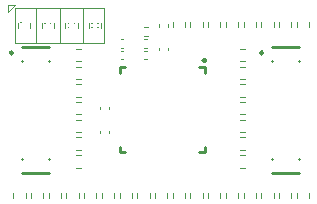
<source format=gbr>
%TF.GenerationSoftware,KiCad,Pcbnew,9.0.1-9.0.1-0~ubuntu24.04.1*%
%TF.CreationDate,2025-05-10T10:43:36+02:00*%
%TF.ProjectId,ILM139C,494c4d31-3339-4432-9e6b-696361645f70,V0.1.0*%
%TF.SameCoordinates,Original*%
%TF.FileFunction,Legend,Top*%
%TF.FilePolarity,Positive*%
%FSLAX46Y46*%
G04 Gerber Fmt 4.6, Leading zero omitted, Abs format (unit mm)*
G04 Created by KiCad (PCBNEW 9.0.1-9.0.1-0~ubuntu24.04.1) date 2025-05-10 10:43:36*
%MOMM*%
%LPD*%
G01*
G04 APERTURE LIST*
%ADD10C,0.100000*%
%ADD11C,0.120000*%
%ADD12C,0.250000*%
G04 APERTURE END LIST*
D10*
X90650000Y-51958501D02*
X90050000Y-52558501D01*
X93700000Y-53508501D02*
G75*
G02*
X93600000Y-53508501I-50000J0D01*
G01*
X93600000Y-53508501D02*
G75*
G02*
X93700000Y-53508501I50000J0D01*
G01*
X98200000Y-52208501D02*
X98200000Y-55208501D01*
X97200000Y-53908501D02*
G75*
G02*
X97100000Y-53908501I-50000J0D01*
G01*
X97100000Y-53908501D02*
G75*
G02*
X97200000Y-53908501I50000J0D01*
G01*
X91200000Y-53458501D02*
G75*
G02*
X91100000Y-53458501I-50000J0D01*
G01*
X91100000Y-53458501D02*
G75*
G02*
X91200000Y-53458501I50000J0D01*
G01*
X94400000Y-52208501D02*
X94400000Y-55208501D01*
X95200000Y-53908501D02*
G75*
G02*
X95100000Y-53908501I-50000J0D01*
G01*
X95100000Y-53908501D02*
G75*
G02*
X95200000Y-53908501I50000J0D01*
G01*
X97700000Y-53908501D02*
G75*
G02*
X97600000Y-53908501I-50000J0D01*
G01*
X97600000Y-53908501D02*
G75*
G02*
X97700000Y-53908501I50000J0D01*
G01*
X98200000Y-55208501D02*
X90600000Y-55208501D01*
X92400000Y-52208501D02*
X92400000Y-55208501D01*
X90050000Y-51958501D02*
X90650000Y-51958501D01*
X97700000Y-53508501D02*
G75*
G02*
X97600000Y-53508501I-50000J0D01*
G01*
X97600000Y-53508501D02*
G75*
G02*
X97700000Y-53508501I50000J0D01*
G01*
X90600000Y-55208501D02*
X90600000Y-52208501D01*
X95700000Y-53508501D02*
G75*
G02*
X95600000Y-53508501I-50000J0D01*
G01*
X95600000Y-53508501D02*
G75*
G02*
X95700000Y-53508501I50000J0D01*
G01*
X96400000Y-52208501D02*
X96400000Y-55208501D01*
X90050000Y-52558501D02*
X90050000Y-51958501D01*
X97200000Y-53508501D02*
G75*
G02*
X97100000Y-53508501I-50000J0D01*
G01*
X97100000Y-53508501D02*
G75*
G02*
X97200000Y-53508501I50000J0D01*
G01*
X90600000Y-52208501D02*
X98200000Y-52208501D01*
X95200000Y-53508501D02*
G75*
G02*
X95100000Y-53508501I-50000J0D01*
G01*
X95100000Y-53508501D02*
G75*
G02*
X95200000Y-53508501I50000J0D01*
G01*
X93200000Y-53508501D02*
G75*
G02*
X93100000Y-53508501I-50000J0D01*
G01*
X93100000Y-53508501D02*
G75*
G02*
X93200000Y-53508501I50000J0D01*
G01*
D11*
%TO.C,R28*%
X108477500Y-53845759D02*
X108477500Y-53371243D01*
X109522500Y-53845759D02*
X109522500Y-53371243D01*
D12*
%TO.C,CN6*%
X91210000Y-55526501D02*
X91210000Y-55526501D01*
X91210000Y-56696501D02*
X91210000Y-56726501D01*
X91210000Y-64996501D02*
X91210000Y-65026501D01*
X91210000Y-66196501D02*
X91210000Y-66196501D01*
X91210000Y-66196501D02*
X93490000Y-66196501D01*
X93490000Y-55526501D02*
X91210000Y-55526501D01*
X93490000Y-55526501D02*
X93490000Y-55526501D01*
X93490000Y-56726501D02*
X93490000Y-56696501D01*
X93490000Y-65026501D02*
X93490000Y-64996501D01*
X93490000Y-66196501D02*
X93490000Y-66196501D01*
X90430000Y-56026501D02*
G75*
G02*
X90210000Y-56026501I-110000J0D01*
G01*
X90210000Y-56026501D02*
G75*
G02*
X90430000Y-56026501I110000J0D01*
G01*
D11*
%TO.C,R40*%
X102820000Y-53554860D02*
X102820000Y-53862142D01*
X103580000Y-53554860D02*
X103580000Y-53862142D01*
%TO.C,R21*%
X109662742Y-64686001D02*
X110137258Y-64686001D01*
X109662742Y-65731001D02*
X110137258Y-65731001D01*
%TO.C,R6*%
X96237258Y-60186001D02*
X95762742Y-60186001D01*
X96237258Y-61231001D02*
X95762742Y-61231001D01*
%TO.C,R34*%
X109662742Y-57186001D02*
X110137258Y-57186001D01*
X109662742Y-58231001D02*
X110137258Y-58231001D01*
%TO.C,R17*%
X94977500Y-67871243D02*
X94977500Y-68345759D01*
X96022500Y-67871243D02*
X96022500Y-68345759D01*
%TO.C,R27*%
X106977500Y-67871243D02*
X106977500Y-68345759D01*
X108022500Y-67871243D02*
X108022500Y-68345759D01*
%TO.C,R20*%
X109662742Y-63186001D02*
X110137258Y-63186001D01*
X109662742Y-64231001D02*
X110137258Y-64231001D01*
%TO.C,R25*%
X109977500Y-67871243D02*
X109977500Y-68345759D01*
X111022500Y-67871243D02*
X111022500Y-68345759D01*
%TO.C,R33*%
X109662742Y-55686001D02*
X110137258Y-55686001D01*
X109662742Y-56731001D02*
X110137258Y-56731001D01*
%TO.C,R42*%
X90877500Y-53945759D02*
X90877500Y-53471243D01*
X91922500Y-53945759D02*
X91922500Y-53471243D01*
%TO.C,R18*%
X93477500Y-67871243D02*
X93477500Y-68345759D01*
X94522500Y-67871243D02*
X94522500Y-68345759D01*
%TO.C,C6*%
X97840000Y-62600665D02*
X97840000Y-62816337D01*
X98560000Y-62600665D02*
X98560000Y-62816337D01*
%TO.C,R13*%
X100977500Y-67871243D02*
X100977500Y-68345759D01*
X102022500Y-67871243D02*
X102022500Y-68345759D01*
%TO.C,R43*%
X92877500Y-53945759D02*
X92877500Y-53471243D01*
X93922500Y-53945759D02*
X93922500Y-53471243D01*
%TO.C,R37*%
X103977500Y-53845759D02*
X103977500Y-53371243D01*
X105022500Y-53845759D02*
X105022500Y-53371243D01*
%TO.C,C3*%
X99807836Y-55848501D02*
X99592164Y-55848501D01*
X99807836Y-56568501D02*
X99592164Y-56568501D01*
%TO.C,R4*%
X96237258Y-63186001D02*
X95762742Y-63186001D01*
X96237258Y-64231001D02*
X95762742Y-64231001D01*
%TO.C,R38*%
X105477500Y-53845759D02*
X105477500Y-53371243D01*
X106522500Y-53845759D02*
X106522500Y-53371243D01*
%TO.C,R24*%
X111477500Y-67871243D02*
X111477500Y-68345759D01*
X112522500Y-67871243D02*
X112522500Y-68345759D01*
%TO.C,R1*%
X96237258Y-55686001D02*
X95762742Y-55686001D01*
X96237258Y-56731001D02*
X95762742Y-56731001D01*
%TO.C,R9*%
X96237258Y-64686001D02*
X95762742Y-64686001D01*
X96237258Y-65731001D02*
X95762742Y-65731001D01*
%TO.C,R22*%
X114477500Y-67871243D02*
X114477500Y-68345759D01*
X115522500Y-67871243D02*
X115522500Y-68345759D01*
%TO.C,R30*%
X111477500Y-53845759D02*
X111477500Y-53371243D01*
X112522500Y-53845759D02*
X112522500Y-53371243D01*
%TO.C,R2*%
X96237258Y-57186001D02*
X95762742Y-57186001D01*
X96237258Y-58231001D02*
X95762742Y-58231001D01*
%TO.C,R7*%
X91977500Y-67871243D02*
X91977500Y-68345759D01*
X93022500Y-67871243D02*
X93022500Y-68345759D01*
D12*
%TO.C,U1*%
X99500000Y-57256501D02*
X99500000Y-57726501D01*
X99500000Y-63986501D02*
X99500000Y-64456501D01*
X99500000Y-64456501D02*
X99970000Y-64456501D01*
X99970000Y-57256501D02*
X99500000Y-57256501D01*
X106230000Y-64456501D02*
X106700000Y-64456501D01*
X106700000Y-57256501D02*
X106230000Y-57256501D01*
X106700000Y-57656501D02*
X106700000Y-57256501D01*
X106700000Y-57726501D02*
X106700000Y-57656501D01*
X106700000Y-64456501D02*
X106700000Y-63986501D01*
X106790000Y-56666501D02*
G75*
G02*
X106530000Y-56666501I-130000J0D01*
G01*
X106530000Y-56666501D02*
G75*
G02*
X106790000Y-56666501I130000J0D01*
G01*
D11*
%TO.C,R35*%
X109662742Y-58686001D02*
X110137258Y-58686001D01*
X109662742Y-59731001D02*
X110137258Y-59731001D01*
D12*
%TO.C,CN5*%
X112410000Y-55526501D02*
X112410000Y-55526501D01*
X112410000Y-56696501D02*
X112410000Y-56726501D01*
X112410000Y-64996501D02*
X112410000Y-65026501D01*
X112410000Y-66196501D02*
X112410000Y-66196501D01*
X112410000Y-66196501D02*
X114690000Y-66196501D01*
X114690000Y-55526501D02*
X112410000Y-55526501D01*
X114690000Y-55526501D02*
X114690000Y-55526501D01*
X114690000Y-56726501D02*
X114690000Y-56696501D01*
X114690000Y-65026501D02*
X114690000Y-64996501D01*
X114690000Y-66196501D02*
X114690000Y-66196501D01*
X111630000Y-56026501D02*
G75*
G02*
X111410000Y-56026501I-110000J0D01*
G01*
X111410000Y-56026501D02*
G75*
G02*
X111630000Y-56026501I110000J0D01*
G01*
D11*
%TO.C,C2*%
X101592164Y-55848501D02*
X101807836Y-55848501D01*
X101592164Y-56568501D02*
X101807836Y-56568501D01*
%TO.C,R14*%
X99477500Y-67871243D02*
X99477500Y-68345759D01*
X100522500Y-67871243D02*
X100522500Y-68345759D01*
%TO.C,C1*%
X101592164Y-54848501D02*
X101807836Y-54848501D01*
X101592164Y-55568501D02*
X101807836Y-55568501D01*
%TO.C,R19*%
X109662742Y-61686001D02*
X110137258Y-61686001D01*
X109662742Y-62731001D02*
X110137258Y-62731001D01*
%TO.C,R5*%
X96237258Y-61686001D02*
X95762742Y-61686001D01*
X96237258Y-62731001D02*
X95762742Y-62731001D01*
%TO.C,R3*%
X96237258Y-58686001D02*
X95762742Y-58686001D01*
X96237258Y-59731001D02*
X95762742Y-59731001D01*
%TO.C,R29*%
X109977500Y-53845759D02*
X109977500Y-53371243D01*
X111022500Y-53845759D02*
X111022500Y-53371243D01*
%TO.C,R41*%
X101853641Y-53828501D02*
X101546359Y-53828501D01*
X101853641Y-54588501D02*
X101546359Y-54588501D01*
%TO.C,R23*%
X112977500Y-67871243D02*
X112977500Y-68345759D01*
X114022500Y-67871243D02*
X114022500Y-68345759D01*
%TO.C,R10*%
X105477500Y-67871243D02*
X105477500Y-68345759D01*
X106522500Y-67871243D02*
X106522500Y-68345759D01*
%TO.C,R11*%
X103977500Y-67871243D02*
X103977500Y-68345759D01*
X105022500Y-67871243D02*
X105022500Y-68345759D01*
%TO.C,R12*%
X102477500Y-67871243D02*
X102477500Y-68345759D01*
X103522500Y-67871243D02*
X103522500Y-68345759D01*
%TO.C,C7*%
X102840000Y-55816337D02*
X102840000Y-55600665D01*
X103560000Y-55816337D02*
X103560000Y-55600665D01*
%TO.C,R39*%
X106977500Y-53845759D02*
X106977500Y-53371243D01*
X108022500Y-53845759D02*
X108022500Y-53371243D01*
%TO.C,C5*%
X97840000Y-60816337D02*
X97840000Y-60600665D01*
X98560000Y-60816337D02*
X98560000Y-60600665D01*
%TO.C,R44*%
X94877500Y-53945759D02*
X94877500Y-53471243D01*
X95922500Y-53945759D02*
X95922500Y-53471243D01*
%TO.C,C4*%
X99807836Y-54848501D02*
X99592164Y-54848501D01*
X99807836Y-55568501D02*
X99592164Y-55568501D01*
%TO.C,R16*%
X96477500Y-67871243D02*
X96477500Y-68345759D01*
X97522500Y-67871243D02*
X97522500Y-68345759D01*
%TO.C,R36*%
X109662742Y-60186001D02*
X110137258Y-60186001D01*
X109662742Y-61231001D02*
X110137258Y-61231001D01*
%TO.C,R32*%
X114477500Y-53845759D02*
X114477500Y-53371243D01*
X115522500Y-53845759D02*
X115522500Y-53371243D01*
%TO.C,R26*%
X108477500Y-67871243D02*
X108477500Y-68345759D01*
X109522500Y-67871243D02*
X109522500Y-68345759D01*
%TO.C,R31*%
X112977500Y-53845759D02*
X112977500Y-53371243D01*
X114022500Y-53845759D02*
X114022500Y-53371243D01*
%TO.C,R15*%
X97977500Y-67871243D02*
X97977500Y-68345759D01*
X99022500Y-67871243D02*
X99022500Y-68345759D01*
%TO.C,R8*%
X90477500Y-67871243D02*
X90477500Y-68345759D01*
X91522500Y-67871243D02*
X91522500Y-68345759D01*
%TO.C,R45*%
X96877500Y-53945759D02*
X96877500Y-53471243D01*
X97922500Y-53945759D02*
X97922500Y-53471243D01*
%TD*%
M02*

</source>
